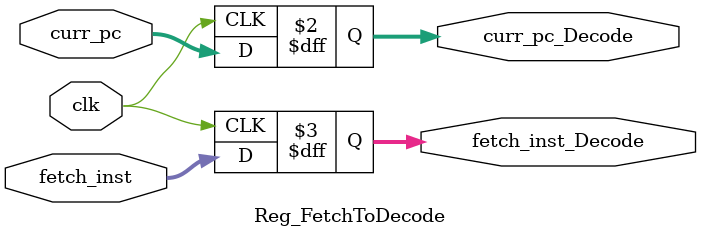
<source format=v>
module Reg_FetchToDecode(
    curr_pc,
    clk,
    fetch_inst,
    curr_pc_Decode,
    fetch_inst_Decode
);
    // Declare inputs and outputs
    input wire [31:0] curr_pc;
    input wire clk;
    input wire [31:0] fetch_inst;
    output reg [31:0] curr_pc_Decode;
    output reg [31:0] fetch_inst_Decode;


    // Store for next stages
    always @(posedge clk) begin
        curr_pc_Decode <= curr_pc;
        fetch_inst_Decode <= fetch_inst;
    end

endmodule
</source>
